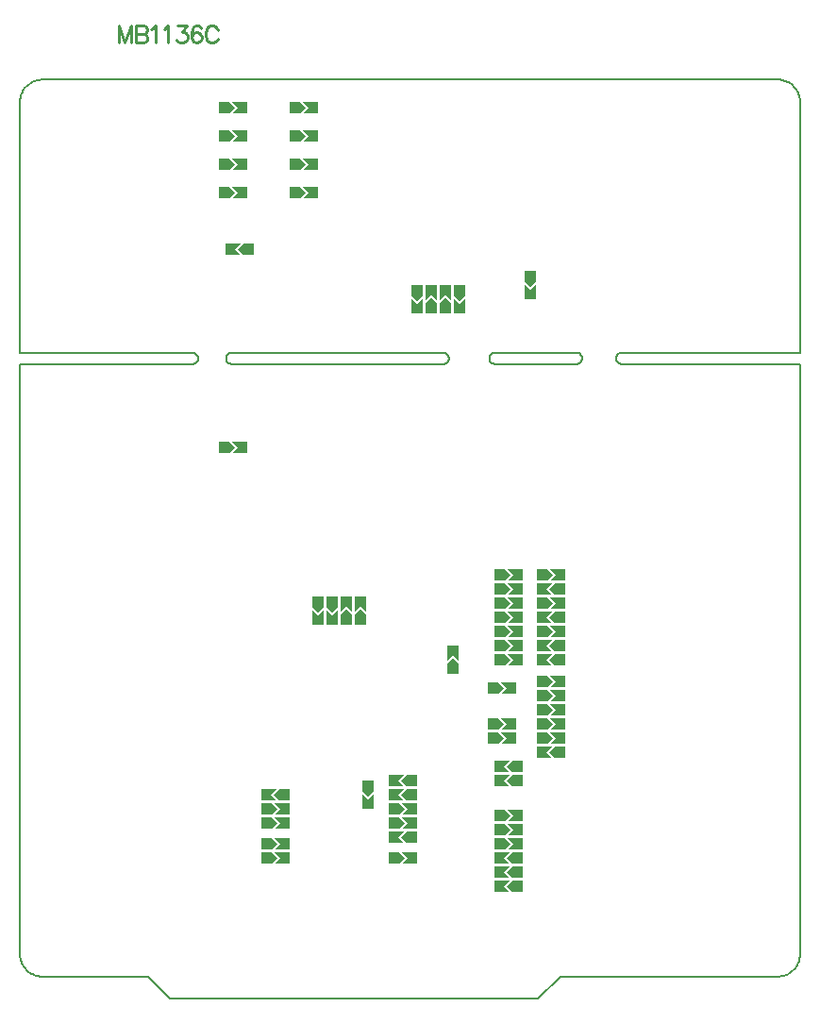
<source format=gbr>
%FSTAX23Y23*%
%MOIN*%
%SFA1B1*%

%IPPOS*%
%ADD26R,0.040000X0.032000*%
%ADD40C,0.005000*%
%ADD44C,0.010000*%
%ADD54R,0.032000X0.040000*%
%LNmb1136-1*%
%LPD*%
G36*
X01281Y00725D02*
X01261Y00705D01*
X01251*
Y00745*
X01261*
X01281Y00725*
G37*
G36*
X01473Y00655D02*
X01463D01*
X01443Y00675*
X01463Y00695*
X01473*
Y00655*
G37*
G36*
X01433Y00675D02*
X01453Y00655D01*
X01423*
Y00675*
Y00695*
X01453*
X01433Y00675*
G37*
G36*
X01301Y00725D02*
Y00705D01*
X01271*
X01291Y00725*
X01271Y00745*
X01301*
Y00725*
G37*
G36*
X01281Y00775D02*
X01261Y00755D01*
X01251*
Y00795*
X01261*
X01281Y00775*
G37*
G36*
X01476Y00725D02*
Y00705D01*
X01446*
X01466Y00725*
X01446Y00745*
X01476*
Y00725*
G37*
G36*
X01456D02*
X01436Y00705D01*
X01426*
Y00745*
X01436*
X01456Y00725*
G37*
G36*
X01323Y00605D02*
X01313D01*
X01293Y00625*
X01313Y00645*
X01323*
Y00605*
G37*
G36*
X00908Y00575D02*
X00928Y00555D01*
X00898*
Y00575*
Y00595*
X00928*
X00908Y00575*
G37*
G36*
X0082Y00538D02*
X008Y00518D01*
X0078Y00538*
Y00548*
X0082*
Y00538*
G37*
G36*
Y00498D02*
X0078D01*
Y00528*
X008Y00508*
X0082Y00528*
Y00498*
G37*
G36*
X00948Y00555D02*
X00938D01*
X00918Y00575*
X00938Y00595*
X00948*
Y00555*
G37*
G36*
X01283Y00625D02*
X01303Y00605D01*
X01273*
Y00625*
Y00645*
X01303*
X01283Y00625*
G37*
G36*
X01323Y00555D02*
X01313D01*
X01293Y00575*
X01313Y00595*
X01323*
Y00555*
G37*
G36*
X01283Y00575D02*
X01303Y00555D01*
X01273*
Y00575*
Y00595*
X01303*
X01283Y00575*
G37*
G36*
X01301Y00775D02*
Y00755D01*
X01271*
X01291Y00775*
X01271Y00795*
X01301*
Y00775*
G37*
G36*
X0112Y00986D02*
Y00976D01*
X0108*
Y00986*
X011Y01006*
X0112Y00986*
G37*
G36*
X01476Y00925D02*
Y00905D01*
X01446*
X01466Y00925*
X01446Y00945*
X01476*
Y00925*
G37*
G36*
X01456D02*
X01436Y00905D01*
X01426*
Y00945*
X01436*
X01456Y00925*
G37*
G36*
X01306Y01D02*
X01286Y0098D01*
X01276*
Y0102*
X01286*
X01306Y01*
G37*
G36*
X01473Y0098D02*
X01463D01*
X01443Y01*
X01463Y0102*
X01473*
Y0098*
G37*
G36*
X01433Y01D02*
X01453Y0098D01*
X01423*
Y01*
Y0102*
X01453*
X01433Y01*
G37*
G36*
X01326D02*
Y0098D01*
X01296*
X01316Y01*
X01296Y0102*
X01326*
Y01*
G37*
G36*
X01301Y009D02*
Y0088D01*
X01271*
X01291Y009*
X01271Y0092*
X01301*
Y009*
G37*
G36*
X01456Y00825D02*
X01436Y00805D01*
X01426*
Y00845*
X01436*
X01456Y00825*
G37*
G36*
X01476Y00775D02*
Y00755D01*
X01446*
X01466Y00775*
X01446Y00795*
X01476*
Y00775*
G37*
G36*
X01456D02*
X01436Y00755D01*
X01426*
Y00795*
X01436*
X01456Y00775*
G37*
G36*
X01476Y00825D02*
Y00805D01*
X01446*
X01466Y00825*
X01446Y00845*
X01476*
Y00825*
G37*
G36*
X01281Y009D02*
X01261Y0088D01*
X01251*
Y0092*
X01261*
X01281Y009*
G37*
G36*
X01476Y00875D02*
Y00855D01*
X01446*
X01466Y00875*
X01446Y00895*
X01476*
Y00875*
G37*
G36*
X01456D02*
X01436Y00855D01*
X01426*
Y00895*
X01436*
X01456Y00875*
G37*
G36*
X00948Y00505D02*
X00938D01*
X00918Y00525*
X00938Y00545*
X00948*
Y00505*
G37*
G36*
X00481Y0035D02*
X00461Y0033D01*
X00451*
Y0037*
X00461*
X00481Y0035*
G37*
G36*
X01323Y0028D02*
X01313D01*
X01293Y003*
X01313Y0032*
X01323*
Y0028*
G37*
G36*
X01283Y003D02*
X01303Y0028D01*
X01273*
Y003*
Y0032*
X01303*
X01283Y003*
G37*
G36*
X00501Y0035D02*
Y0033D01*
X00471*
X00491Y0035*
X00471Y0037*
X00501*
Y0035*
G37*
G36*
X00908Y00375D02*
X00928Y00355D01*
X00898*
Y00375*
Y00395*
X00928*
X00908Y00375*
G37*
G36*
X01326Y0035D02*
Y0033D01*
X01296*
X01316Y0035*
X01296Y0037*
X01326*
Y0035*
G37*
G36*
X01306D02*
X01286Y0033D01*
X01276*
Y0037*
X01286*
X01306Y0035*
G37*
G36*
X00951Y003D02*
Y0028D01*
X00921*
X00941Y003*
X00921Y0032*
X00951*
Y003*
G37*
G36*
X01283Y0025D02*
X01303Y0023D01*
X01273*
Y0025*
Y0027*
X01303*
X01283Y0025*
G37*
G36*
X01323Y0018D02*
X01313D01*
X01293Y002*
X01313Y0022*
X01323*
Y0018*
G37*
G36*
X01283Y002D02*
X01303Y0018D01*
X01273*
Y002*
Y0022*
X01303*
X01283Y002*
G37*
G36*
X01323Y0023D02*
X01313D01*
X01293Y0025*
X01313Y0027*
X01323*
Y0023*
G37*
G36*
X00931Y003D02*
X00911Y0028D01*
X00901*
Y0032*
X00911*
X00931Y003*
G37*
G36*
X00501D02*
Y0028D01*
X00471*
X00491Y003*
X00471Y0032*
X00501*
Y003*
G37*
G36*
X00481D02*
X00461Y0028D01*
X00451*
Y0032*
X00461*
X00481Y003*
G37*
G36*
X00948Y00355D02*
X00938D01*
X00918Y00375*
X00938Y00395*
X00948*
Y00355*
G37*
G36*
X00931Y00475D02*
X00911Y00455D01*
X00901*
Y00495*
X00911*
X00931Y00475*
G37*
G36*
X00501D02*
Y00455D01*
X00471*
X00491Y00475*
X00471Y00495*
X00501*
Y00475*
G37*
G36*
X00481D02*
X00461Y00455D01*
X00451*
Y00495*
X00461*
X00481Y00475*
G37*
G36*
X00951D02*
Y00455D01*
X00921*
X00941Y00475*
X00921Y00495*
X00951*
Y00475*
G37*
G36*
X00908Y00525D02*
X00928Y00505D01*
X00898*
Y00525*
Y00545*
X00928*
X00908Y00525*
G37*
G36*
X00498Y00505D02*
X00488D01*
X00468Y00525*
X00488Y00545*
X00498*
Y00505*
G37*
G36*
X00458Y00525D02*
X00478Y00505D01*
X00448*
Y00525*
Y00545*
X00478*
X00458Y00525*
G37*
G36*
X01326Y0045D02*
Y0043D01*
X01296*
X01316Y0045*
X01296Y0047*
X01326*
Y0045*
G37*
G36*
X00481Y00425D02*
X00461Y00405D01*
X00451*
Y00445*
X00461*
X00481Y00425*
G37*
G36*
X01326Y004D02*
Y0038D01*
X01296*
X01316Y004*
X01296Y0042*
X01326*
Y004*
G37*
G36*
X01306D02*
X01286Y0038D01*
X01276*
Y0042*
X01286*
X01306Y004*
G37*
G36*
X00501Y00425D02*
Y00405D01*
X00471*
X00491Y00425*
X00471Y00445*
X00501*
Y00425*
G37*
G36*
X01306Y0045D02*
X01286Y0043D01*
X01276*
Y0047*
X01286*
X01306Y0045*
G37*
G36*
X00951Y00425D02*
Y00405D01*
X00921*
X00941Y00425*
X00921Y00445*
X00951*
Y00425*
G37*
G36*
X00931D02*
X00911Y00405D01*
X00901*
Y00445*
X00911*
X00931Y00425*
G37*
G36*
X01095Y02271D02*
X01075Y02291D01*
X01055Y02271*
Y02301*
X01095*
Y02271*
G37*
G36*
X01045D02*
X01025Y02291D01*
X01005Y02271*
Y02301*
X01045*
Y02271*
G37*
G36*
X01145Y02288D02*
X01125Y02268D01*
X01105Y02288*
Y02298*
X01145*
Y02288*
G37*
G36*
X01395Y02298D02*
X01355D01*
Y02328*
X01375Y02308*
X01395Y02328*
Y02298*
G37*
G36*
X00373Y0243D02*
X00363D01*
X00343Y0245*
X00363Y0247*
X00373*
Y0243*
G37*
G36*
X00333Y0245D02*
X00353Y0243D01*
X00323*
Y0245*
Y0247*
X00353*
X00333Y0245*
G37*
G36*
X01395Y02338D02*
X01375Y02318D01*
X01355Y02338*
Y02348*
X01395*
Y02338*
G37*
G36*
X00995Y02288D02*
X00975Y02268D01*
X00955Y02288*
Y02298*
X00995*
Y02288*
G37*
G36*
X00351Y0175D02*
Y0173D01*
X00321*
X00341Y0175*
X00321Y0177*
X00351*
Y0175*
G37*
G36*
X00331D02*
X00311Y0173D01*
X00301*
Y0177*
X00311*
X00331Y0175*
G37*
G36*
X01476Y013D02*
Y0128D01*
X01446*
X01466Y013*
X01446Y0132*
X01476*
Y013*
G37*
G36*
X01045Y02261D02*
Y02251D01*
X01005*
Y02261*
X01025Y02281*
X01045Y02261*
G37*
G36*
X01145Y02248D02*
X01105D01*
Y02278*
X01125Y02258*
X01145Y02278*
Y02248*
G37*
G36*
X00995D02*
X00955D01*
Y02278*
X00975Y02258*
X00995Y02278*
Y02248*
G37*
G36*
X01095Y02261D02*
Y02251D01*
X01055*
Y02261*
X01075Y02281*
X01095Y02261*
G37*
G36*
X00331Y0265D02*
X00311Y0263D01*
X00301*
Y0267*
X00311*
X00331Y0265*
G37*
G36*
X00601Y0285D02*
Y0283D01*
X00571*
X00591Y0285*
X00571Y0287*
X00601*
Y0285*
G37*
G36*
X00581D02*
X00561Y0283D01*
X00551*
Y0287*
X00561*
X00581Y0285*
G37*
G36*
X00351D02*
Y0283D01*
X00321*
X00341Y0285*
X00321Y0287*
X00351*
Y0285*
G37*
G36*
X00331Y0295D02*
X00311Y0293D01*
X00301*
Y0297*
X00311*
X00331Y0295*
G37*
G36*
X00601D02*
Y0293D01*
X00571*
X00591Y0295*
X00571Y0297*
X00601*
Y0295*
G37*
G36*
X00581D02*
X00561Y0293D01*
X00551*
Y0297*
X00561*
X00581Y0295*
G37*
G36*
X00351D02*
Y0293D01*
X00321*
X00341Y0295*
X00321Y0297*
X00351*
Y0295*
G37*
G36*
X00331Y0285D02*
X00311Y0283D01*
X00301*
Y0287*
X00311*
X00331Y0285*
G37*
G36*
X00601Y0265D02*
Y0263D01*
X00571*
X00591Y0265*
X00571Y0267*
X00601*
Y0265*
G37*
G36*
X00581D02*
X00561Y0263D01*
X00551*
Y0267*
X00561*
X00581Y0265*
G37*
G36*
X00351D02*
Y0263D01*
X00321*
X00341Y0265*
X00321Y0267*
X00351*
Y0265*
G37*
G36*
X00331Y0275D02*
X00311Y0273D01*
X00301*
Y0277*
X00311*
X00331Y0275*
G37*
G36*
X00601D02*
Y0273D01*
X00571*
X00591Y0275*
X00571Y0277*
X00601*
Y0275*
G37*
G36*
X00581D02*
X00561Y0273D01*
X00551*
Y0277*
X00561*
X00581Y0275*
G37*
G36*
X00351D02*
Y0273D01*
X00321*
X00341Y0275*
X00321Y0277*
X00351*
Y0275*
G37*
G36*
X01456Y013D02*
X01436Y0128D01*
X01426*
Y0132*
X01436*
X01456Y013*
G37*
G36*
X01326Y0115D02*
Y0113D01*
X01296*
X01316Y0115*
X01296Y0117*
X01326*
Y0115*
G37*
G36*
X01306D02*
X01286Y0113D01*
X01276*
Y0117*
X01286*
X01306Y0115*
G37*
G36*
X01476Y011D02*
Y0108D01*
X01446*
X01466Y011*
X01446Y0112*
X01476*
Y011*
G37*
G36*
X01433Y0115D02*
X01453Y0113D01*
X01423*
Y0115*
Y0117*
X01453*
X01433Y0115*
G37*
G36*
X00795Y01161D02*
Y01151D01*
X00755*
Y01161*
X00775Y01181*
X00795Y01161*
G37*
G36*
X00745D02*
Y01151D01*
X00705*
Y01161*
X00725Y01181*
X00745Y01161*
G37*
G36*
X01473Y0113D02*
X01463D01*
X01443Y0115*
X01463Y0117*
X01473*
Y0113*
G37*
G36*
X01456Y011D02*
X01436Y0108D01*
X01426*
Y0112*
X01436*
X01456Y011*
G37*
G36*
X01326Y0105D02*
Y0103D01*
X01296*
X01316Y0105*
X01296Y0107*
X01326*
Y0105*
G37*
G36*
X01306D02*
X01286Y0103D01*
X01276*
Y0107*
X01286*
X01306Y0105*
G37*
G36*
X0112Y00996D02*
X011Y01016D01*
X0108Y00996*
Y01026*
X0112*
Y00996*
G37*
G36*
X01433Y0105D02*
X01453Y0103D01*
X01423*
Y0105*
Y0107*
X01453*
X01433Y0105*
G37*
G36*
X01326Y011D02*
Y0108D01*
X01296*
X01316Y011*
X01296Y0112*
X01326*
Y011*
G37*
G36*
X01306D02*
X01286Y0108D01*
X01276*
Y0112*
X01286*
X01306Y011*
G37*
G36*
X01473Y0103D02*
X01463D01*
X01443Y0105*
X01463Y0107*
X01473*
Y0103*
G37*
G36*
X00645Y01148D02*
X00605D01*
Y01178*
X00625Y01158*
X00645Y01178*
Y01148*
G37*
G36*
X01326Y0125D02*
Y0123D01*
X01296*
X01316Y0125*
X01296Y0127*
X01326*
Y0125*
G37*
G36*
X01306D02*
X01286Y0123D01*
X01276*
Y0127*
X01286*
X01306Y0125*
G37*
G36*
X01476Y012D02*
Y0118D01*
X01446*
X01466Y012*
X01446Y0122*
X01476*
Y012*
G37*
G36*
X01433Y0125D02*
X01453Y0123D01*
X01423*
Y0125*
Y0127*
X01453*
X01433Y0125*
G37*
G36*
X01326Y013D02*
Y0128D01*
X01296*
X01316Y013*
X01296Y0132*
X01326*
Y013*
G37*
G36*
X01306D02*
X01286Y0128D01*
X01276*
Y0132*
X01286*
X01306Y013*
G37*
G36*
X01473Y0123D02*
X01463D01*
X01443Y0125*
X01463Y0127*
X01473*
Y0123*
G37*
G36*
X01456Y012D02*
X01436Y0118D01*
X01426*
Y0122*
X01436*
X01456Y012*
G37*
G36*
X00695Y01188D02*
X00675Y01168D01*
X00655Y01188*
Y01198*
X00695*
Y01188*
G37*
G36*
X00645D02*
X00625Y01168D01*
X00605Y01188*
Y01198*
X00645*
Y01188*
G37*
G36*
X00695Y01148D02*
X00655D01*
Y01178*
X00675Y01158*
X00695Y01178*
Y01148*
G37*
G36*
X00745Y01171D02*
X00725Y01191D01*
X00705Y01171*
Y01201*
X00745*
Y01171*
G37*
G36*
X01326Y012D02*
Y0118D01*
X01296*
X01316Y012*
X01296Y0122*
X01326*
Y012*
G37*
G36*
X01306D02*
X01286Y0118D01*
X01276*
Y0122*
X01286*
X01306Y012*
G37*
G36*
X00795Y01171D02*
X00775Y01191D01*
X00755Y01171*
Y01201*
X00795*
Y01171*
G37*
G54D26*
X01375Y02291D03*
Y02358D03*
X00725Y01141D03*
Y01208D03*
X00775Y01141D03*
Y01208D03*
X00675D03*
Y01141D03*
X00625Y01208D03*
Y01141D03*
X008Y00491D03*
Y00558D03*
X01075Y02241D03*
Y02308D03*
X01025Y02241D03*
Y02308D03*
X01125D03*
Y02241D03*
X00975D03*
Y02308D03*
X011Y00966D03*
Y01033D03*
G54D40*
X0032Y02085D02*
D01*
X00318Y02084*
X00317Y02084*
X00315Y02084*
X00314Y02084*
X00313Y02083*
X00312Y02083*
X0031Y02082*
X00309Y02082*
X00308Y02081*
X00307Y0208*
X00306Y02079*
X00305Y02078*
X00304Y02077*
X00303Y02076*
X00303Y02075*
X00302Y02073*
X00301Y02072*
X00301Y02071*
X003Y0207*
X003Y02068*
X003Y02067*
X003Y02066*
Y02064*
X003Y02063*
X003Y02061*
X003Y0206*
X00301Y02059*
X00301Y02057*
X00302Y02056*
X00303Y02055*
X00303Y02054*
X00304Y02053*
X00305Y02052*
X00306Y02051*
X00307Y0205*
X00308Y02049*
X00309Y02048*
X0031Y02047*
X00312Y02047*
X00313Y02046*
X00314Y02046*
X00315Y02046*
X00317Y02045*
X00318Y02045*
X0032Y02045*
X0125Y02085D02*
D01*
X01248Y02084*
X01247Y02084*
X01245Y02084*
X01244Y02084*
X01243Y02083*
X01241Y02083*
X0124Y02082*
X01239Y02082*
X01238Y02081*
X01237Y0208*
X01236Y02079*
X01235Y02078*
X01234Y02077*
X01233Y02076*
X01232Y02075*
X01232Y02073*
X01231Y02072*
X01231Y02071*
X0123Y0207*
X0123Y02068*
X0123Y02067*
X0123Y02066*
Y02064*
X0123Y02063*
X0123Y02061*
X0123Y0206*
X01231Y02059*
X01231Y02057*
X01232Y02056*
X01232Y02055*
X01233Y02054*
X01234Y02053*
X01235Y02052*
X01236Y02051*
X01237Y0205*
X01238Y02049*
X01239Y02048*
X0124Y02047*
X01241Y02047*
X01243Y02046*
X01244Y02046*
X01245Y02046*
X01247Y02045*
X01248Y02045*
X0125Y02045*
X01538D02*
D01*
X01539Y02045*
X01541Y02045*
X01542Y02046*
X01544Y02046*
X01545Y02046*
X01546Y02047*
X01547Y02047*
X01549Y02048*
X0155Y02049*
X01551Y0205*
X01552Y02051*
X01553Y02052*
X01554Y02053*
X01554Y02054*
X01555Y02055*
X01556Y02056*
X01556Y02057*
X01557Y02059*
X01557Y0206*
X01557Y02061*
X01558Y02063*
X01558Y02064*
Y02066*
X01558Y02067*
X01557Y02068*
X01557Y0207*
X01557Y02071*
X01556Y02072*
X01556Y02073*
X01555Y02075*
X01554Y02076*
X01554Y02077*
X01553Y02078*
X01552Y02079*
X01551Y0208*
X0155Y02081*
X01549Y02082*
X01547Y02082*
X01546Y02083*
X01545Y02083*
X01544Y02084*
X01542Y02084*
X01541Y02084*
X01539Y02085*
X01538Y02085*
X01698D02*
D01*
X01696Y02084*
X01695Y02084*
X01693Y02084*
X01692Y02084*
X01691Y02083*
X0169Y02083*
X01688Y02082*
X01687Y02082*
X01686Y02081*
X01685Y0208*
X01684Y02079*
X01683Y02078*
X01682Y02077*
X01681Y02076*
X0168Y02075*
X0168Y02073*
X01679Y02072*
X01679Y02071*
X01678Y0207*
X01678Y02068*
X01678Y02067*
X01678Y02066*
Y02064*
X01678Y02063*
X01678Y02061*
X01678Y0206*
X01679Y02059*
X01679Y02057*
X0168Y02056*
X0168Y02055*
X01681Y02054*
X01682Y02053*
X01683Y02052*
X01684Y02051*
X01685Y0205*
X01686Y02049*
X01687Y02048*
X01688Y02047*
X0169Y02047*
X01691Y02046*
X01692Y02046*
X01693Y02046*
X01695Y02045*
X01696Y02045*
X01698Y02045*
X00182D02*
D01*
X00183Y02045*
X00185Y02045*
X00186Y02046*
X00187Y02046*
X00189Y02046*
X0019Y02047*
X00191Y02047*
X00192Y02048*
X00193Y02049*
X00194Y0205*
X00195Y02051*
X00196Y02052*
X00197Y02053*
X00198Y02054*
X00199Y02055*
X00199Y02056*
X002Y02057*
X00201Y02059*
X00201Y0206*
X00201Y02061*
X00201Y02063*
X00201Y02064*
Y02066*
X00201Y02067*
X00201Y02068*
X00201Y0207*
X00201Y02071*
X002Y02072*
X00199Y02073*
X00199Y02075*
X00198Y02076*
X00197Y02077*
X00196Y02078*
X00195Y02079*
X00194Y0208*
X00193Y02081*
X00192Y02082*
X00191Y02082*
X0019Y02083*
X00189Y02083*
X00187Y02084*
X00186Y02084*
X00185Y02084*
X00183Y02085*
X00182Y02085*
X01068Y02045D02*
D01*
X01069Y02045*
X0107Y02045*
X01072Y02046*
X01073Y02046*
X01074Y02046*
X01076Y02047*
X01077Y02047*
X01078Y02048*
X01079Y02049*
X0108Y0205*
X01081Y02051*
X01082Y02052*
X01083Y02053*
X01084Y02054*
X01085Y02055*
X01085Y02056*
X01086Y02057*
X01086Y02059*
X01087Y0206*
X01087Y02061*
X01087Y02063*
X01087Y02064*
Y02066*
X01087Y02067*
X01087Y02068*
X01087Y0207*
X01086Y02071*
X01086Y02072*
X01085Y02073*
X01085Y02075*
X01084Y02076*
X01083Y02077*
X01082Y02078*
X01081Y02079*
X0108Y0208*
X01079Y02081*
X01078Y02082*
X01077Y02082*
X01076Y02083*
X01074Y02083*
X01073Y02084*
X01072Y02084*
X0107Y02084*
X01069Y02085*
X01068Y02085*
X-00349Y03049D02*
D01*
X-00354Y03049*
X-0036Y03048*
X-00365Y03047*
X-0037Y03046*
X-00376Y03044*
X-00381Y03042*
X-00386Y0304*
X-0039Y03037*
X-00395Y03034*
X-00399Y03031*
X-00403Y03027*
X-00407Y03023*
X-00411Y03019*
X-00414Y03014*
X-00417Y0301*
X-00419Y03005*
X-00422Y03*
X-00424Y02995*
X-00425Y02989*
X-00426Y02984*
X-00427Y02979*
X-00427Y02973*
X-00427Y0297*
Y-0004D02*
D01*
X-00427Y-00046*
X-00427Y-00051*
X-00426Y-00057*
X-00424Y-00062*
X-00423Y-00067*
X-00421Y-00072*
X-00418Y-00077*
X-00415Y-00082*
X-00412Y-00087*
X-00409Y-00091*
X-00405Y-00095*
X-00401Y-00099*
X-00397Y-00102*
X-00393Y-00106*
X-00388Y-00109*
X-00383Y-00111*
X-00378Y-00113*
X-00373Y-00115*
X-00368Y-00117*
X-00362Y-00118*
X-00357Y-00119*
X-00351Y-00119*
X-00349Y-00119*
X02327Y0297D02*
D01*
X02327Y02976*
X02327Y02981*
X02326Y02987*
X02324Y02992*
X02323Y02997*
X02321Y03002*
X02318Y03007*
X02315Y03012*
X02312Y03017*
X02309Y03021*
X02305Y03025*
X02301Y03029*
X02297Y03032*
X02293Y03036*
X02288Y03039*
X02283Y03041*
X02278Y03043*
X02273Y03045*
X02268Y03047*
X02262Y03048*
X02257Y03049*
X02251Y03049*
X02249Y03049*
Y-00119D02*
D01*
X02254Y-00119*
X0226Y-00118*
X02265Y-00117*
X0227Y-00116*
X02276Y-00114*
X02281Y-00112*
X02286Y-0011*
X0229Y-00107*
X02295Y-00104*
X02299Y-00101*
X02303Y-00097*
X02307Y-00093*
X02311Y-00089*
X02314Y-00084*
X02317Y-0008*
X02319Y-00075*
X02322Y-0007*
X02324Y-00065*
X02325Y-00059*
X02326Y-00054*
X02327Y-00049*
X02327Y-00043*
X02327Y-0004*
X01402Y-00198D02*
X01481Y-00119D01*
X01402Y-00198D02*
D01*
X00103D02*
X01402D01*
X00024Y-00119D02*
X00103Y-00198D01*
X00019Y-00119D02*
X00024D01*
X0148D02*
X02249D01*
X0125Y02045D02*
X01538D01*
X0125Y02085D02*
X01538D01*
X-00349Y03049D02*
X02249D01*
X-00349Y-00119D02*
X00019D01*
X-00427Y02085D02*
X00182D01*
X-00427Y02045D02*
X00182D01*
X0032D02*
X01068D01*
X0032Y02085D02*
X01068D01*
X01698Y02045D02*
X02327D01*
X01698Y02085D02*
X02327D01*
X-00427Y-0004D02*
Y02045D01*
Y02085D02*
Y0297D01*
X02327Y-0004D02*
Y02045D01*
Y02085D02*
Y0297D01*
G54D44*
X-0008Y03239D02*
Y0318D01*
Y03239D02*
X-00057Y0318D01*
X-00034Y03239D02*
X-00057Y0318D01*
X-00034Y03239D02*
Y0318D01*
X-00017Y03239D02*
Y0318D01*
Y03239D02*
X00008D01*
X00017Y03237*
X00019Y03234*
X00022Y03228*
Y03222*
X00019Y03217*
X00017Y03214*
X00008Y03211*
X-00017D02*
X00008D01*
X00017Y03208*
X00019Y03205*
X00022Y032*
Y03191*
X00019Y03185*
X00017Y03182*
X00008Y0318*
X-00017*
X00036Y03228D02*
X00041Y03231D01*
X0005Y03239*
Y0318*
X0008Y03228D02*
X00085Y03231D01*
X00094Y03239*
Y0318*
X00129Y03239D02*
X00161D01*
X00144Y03217*
X00152*
X00158Y03214*
X00161Y03211*
X00164Y03202*
Y03197*
X00161Y03188*
X00155Y03182*
X00147Y0318*
X00138*
X00129Y03182*
X00127Y03185*
X00124Y03191*
X00211Y03231D02*
X00209Y03237D01*
X002Y03239*
X00194*
X00186Y03237*
X0018Y03228*
X00177Y03214*
Y032*
X0018Y03188*
X00186Y03182*
X00194Y0318*
X00197*
X00206Y03182*
X00211Y03188*
X00214Y03197*
Y032*
X00211Y03208*
X00206Y03214*
X00197Y03217*
X00194*
X00186Y03214*
X0018Y03208*
X00177Y032*
X0027Y03225D02*
X00267Y03231D01*
X00262Y03237*
X00256Y03239*
X00245*
X00239Y03237*
X00233Y03231*
X0023Y03225*
X00227Y03217*
Y03202*
X0023Y03194*
X00233Y03188*
X00239Y03182*
X00245Y0318*
X00256*
X00262Y03182*
X00267Y03188*
X0027Y03194*
G54D54*
X01308Y00775D03*
X01241D03*
X01308Y00725D03*
X01241D03*
X01416Y00825D03*
X01483D03*
X01416Y011D03*
X01483D03*
Y0125D03*
X01416D03*
Y00875D03*
X01483D03*
Y00675D03*
X01416D03*
X01483Y0115D03*
X01416D03*
Y00775D03*
X01483D03*
Y01D03*
X01416D03*
Y00925D03*
X01483D03*
Y0105D03*
X01416D03*
Y00725D03*
X01483D03*
X01416Y012D03*
X01483D03*
X00891Y00575D03*
X00958D03*
Y00475D03*
X00891D03*
Y00525D03*
X00958D03*
Y00425D03*
X00891D03*
X00441Y00525D03*
X00508D03*
Y003D03*
X00441D03*
X00508Y0035D03*
X00441D03*
X00508Y00425D03*
X00441D03*
X00508Y00475D03*
X00441D03*
X01266Y0045D03*
X01333D03*
X01266Y004D03*
X01333D03*
X01266Y0035D03*
X01333D03*
X01241Y009D03*
X01308D03*
X01266Y013D03*
X01333D03*
X01266Y0125D03*
X01333D03*
X01266Y012D03*
X01333D03*
X01266Y0115D03*
X01333D03*
X01266Y011D03*
X01333D03*
X00291Y0175D03*
X00358D03*
X01266Y0105D03*
X01333D03*
X01266Y01D03*
X01333D03*
Y0025D03*
X01266D03*
X01333Y003D03*
X01266D03*
X01333Y002D03*
X01266D03*
X00316Y0245D03*
X00383D03*
X00541Y0265D03*
X00608D03*
X00291D03*
X00358D03*
X00608Y0275D03*
X00541D03*
X00291D03*
X00358D03*
X00608Y0285D03*
X00541D03*
X00291D03*
X00358D03*
X00608Y0295D03*
X00541D03*
X00291D03*
X00358D03*
X01333Y00625D03*
X01266D03*
X01333Y00575D03*
X01266D03*
X01416Y013D03*
X01483D03*
X00958Y00375D03*
X00891D03*
Y003D03*
X00958D03*
M02*
</source>
